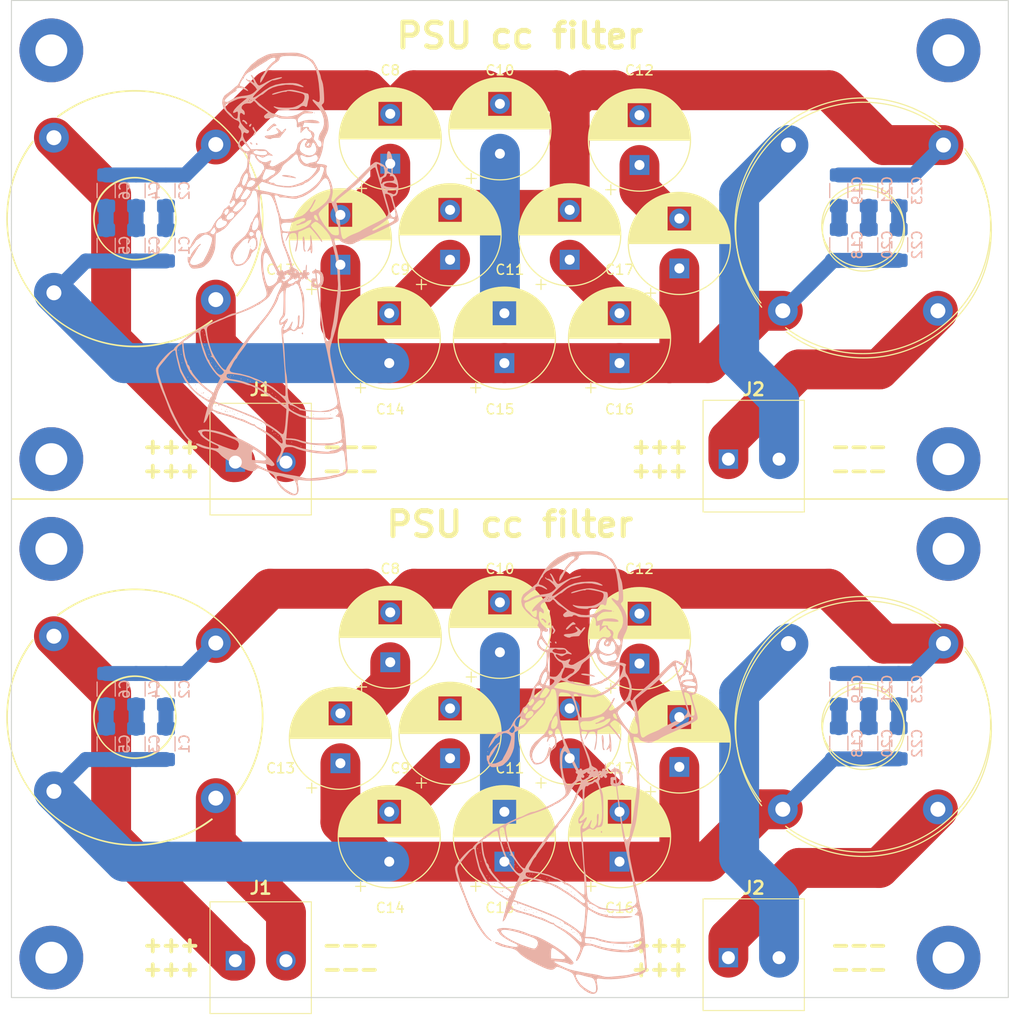
<source format=kicad_pcb>
(kicad_pcb (version 20221018) (generator pcbnew)
  (layers (0 "F.Cu" signal) (31 "B.Cu" signal) (34 "B.Paste" user) (35 "F.Paste" user) (36 "B.SilkS" user "B.Silkscreen") (37 "F.SilkS" user "F.Silkscreen") (38 "B.Mask" user) (39 "F.Mask" user) (44 "Edge.Cuts" user))
  (net 0 "")
  (net 1 "Net-(C1-Pad1)")
  (net 2 "Net-(C1-Pad2)")
  (net 3 "Net-(C10-Pad2)")
  (net 4 "Net-(C3-Pad2)")
  (net 5 "Net-(C5-Pad2)")
  (net 6 "Net-(C13-Pad2)")
  (net 7 "Net-(C14-Pad2)")
  (net 8 "Net-(C10-Pad1)")
  (net 9 "Net-(C11-Pad1)")
  (net 10 "Net-(C12-Pad1)")
  (net 11 "Net-(C18-Pad2)")
  (net 12 "Net-(C20-Pad2)")
  (net 13 "Net-(C22-Pad2)")
  (net 14 "Net-(J1-Pin_1)")
  (net 15 "Net-(J1-Pin_2)")
  (net 16 "Net-(J2-Pin_1)")
  (net 17 "Net-(J2-Pin_2)")
  (footprint "Capacitor_THT:CP_Radial_D10.0mm_P5.00mm" (layer "F.Cu") (at 154 50.367677 90)
    (fp_text reference "C10" (at 8.367677 0 180) (layer "F.SilkS"))
    (fp_text value "100u")
    (pad "1" thru_hole rect (at 0 0 90) (size 2 2) (drill 1) (layers "*.Cu" "*.Mask") (net 8 "Net-(C10-Pad1)"))
    (pad "2" thru_hole circle (at 5 0 90) (size 2 2) (drill 1) (layers "*.Cu" "*.Mask") (net 3 "Net-(C10-Pad2)"))
  )
  (footprint "MountingHole:MountingHole_3.2mm_M3_Pad" (layer "F.Cu") (at 109 131)
    (fp_text reference "H3" hide)
    (fp_text value "MountingHole")
    (pad "1" thru_hole circle (at 0 0) (size 6.4 6.4) (drill 3.2) (layers "*.Cu" "*.Mask"))
  )
  (footprint "Capacitor_THT:CP_Radial_D10.0mm_P5.00mm" (layer "F.Cu") (at 154.45 71.367677 90)
    (fp_text reference "C15" (at -4.632323 -0.45 180) (layer "F.SilkS"))
    (fp_text value "100u")
    (pad "1" thru_hole rect (at 0 0 90) (size 2 2) (drill 1) (layers "*.Cu" "*.Mask") (net 1 "Net-(C1-Pad1)"))
    (pad "2" thru_hole circle (at 5 0 90) (size 2 2) (drill 1) (layers "*.Cu" "*.Mask") (net 8 "Net-(C10-Pad1)"))
  )
  (footprint "L_Toroid_Horizontal_D25.4mm_P22.90mm:L_Toroid_Horizontal_25x22" (layer "F.Cu") (at 109.260478 48.760478 -45)
    (fp_text reference "L1" hide)
    (fp_text value "L_Small")
    (pad "1" thru_hole circle (at 0 0 315) (size 3 3) (drill 1.5) (layers "*.Cu" "*.Mask") (net 14 "Net-(J1-Pin_1)"))
    (pad "2" thru_hole circle (at 11 11 315) (size 3 3) (drill 1.5) (layers "*.Cu" "*.Mask") (net 1 "Net-(C1-Pad1)"))
  )
  (footprint "Capacitor_THT:CP_Radial_D10.0mm_P5.00mm" (layer "F.Cu") (at 168 51.5 90)
    (fp_text reference "C12" (at 9.5 0 180) (layer "F.SilkS"))
    (fp_text value "100u")
    (pad "1" thru_hole rect (at 0 0 90) (size 2 2) (drill 1) (layers "*.Cu" "*.Mask") (net 10 "Net-(C12-Pad1)"))
    (pad "2" thru_hole circle (at 5 0 90) (size 2 2) (drill 1) (layers "*.Cu" "*.Mask") (net 3 "Net-(C10-Pad2)"))
  )
  (footprint "1711725:1711725" (layer "F.Cu") (at 176.92 131)
    (fp_text reference "J2" (at 2.54 -7) (layer "F.SilkS") (effects (font (size 1.27 1.27) (thickness 0.254))))
    (fp_text value "Conn_01x02_Socket" hide)
    (pad "1" thru_hole rect (at 0 0) (size 1.95 1.95) (drill 1.3) (layers "*.Cu" "*.Mask") (net 16 "Net-(J2-Pin_1)"))
    (pad "2" thru_hole circle (at 5.08 0) (size 1.95 1.95) (drill 1.3) (layers "*.Cu" "*.Mask") (net 17 "Net-(J2-Pin_2)"))
  )
  (footprint "Capacitor_THT:CP_Radial_D10.0mm_P5.00mm" (layer "F.Cu") (at 142.9 121.367677 90)
    (fp_text reference "C14" (at -4.632323 0.1 180) (layer "F.SilkS"))
    (fp_text value "100u")
    (pad "1" thru_hole rect (at 0 0 90) (size 2 2) (drill 1) (layers "*.Cu" "*.Mask") (net 1 "Net-(C1-Pad1)"))
    (pad "2" thru_hole circle (at 5 0 90) (size 2 2) (drill 1) (layers "*.Cu" "*.Mask") (net 7 "Net-(C14-Pad2)"))
  )
  (footprint "L_Toroid_Horizontal_D25.4mm_P22.90mm:L_Toroid_Horizontal_25x22" (layer "F.Cu") (at 125.5 115 135)
    (fp_text reference "L2" hide)
    (fp_text value "L_Small")
    (pad "1" thru_hole circle (at 0 0 135) (size 3 3) (drill 1.5) (layers "*.Cu" "*.Mask") (net 15 "Net-(J1-Pin_2)"))
    (pad "2" thru_hole circle (at 11 11 135) (size 3 3) (drill 1.5) (layers "*.Cu" "*.Mask") (net 3 "Net-(C10-Pad2)"))
  )
  (footprint "Capacitor_THT:CP_Radial_D10.0mm_P5.00mm" (layer "F.Cu") (at 143 101.367677 90)
    (fp_text reference "C8" (at 9.367677 0 180) (layer "F.SilkS"))
    (fp_text value "100u")
    (pad "1" thru_hole rect (at 0 0 90) (size 2 2) (drill 1) (layers "*.Cu" "*.Mask") (net 6 "Net-(C13-Pad2)"))
    (pad "2" thru_hole circle (at 5 0 90) (size 2 2) (drill 1) (layers "*.Cu" "*.Mask") (net 3 "Net-(C10-Pad2)"))
  )
  (footprint "1711725:1711725" (layer "F.Cu") (at 176.92 81)
    (fp_text reference "J2" (at 2.54 -7) (layer "F.SilkS") (effects (font (size 1.27 1.27) (thickness 0.254))))
    (fp_text value "Conn_01x02_Socket" hide)
    (pad "1" thru_hole rect (at 0 0) (size 1.95 1.95) (drill 1.3) (layers "*.Cu" "*.Mask") (net 16 "Net-(J2-Pin_1)"))
    (pad "2" thru_hole circle (at 5.08 0) (size 1.95 1.95) (drill 1.3) (layers "*.Cu" "*.Mask") (net 17 "Net-(J2-Pin_2)"))
  )
  (footprint "L_Toroid_Horizontal_D25.4mm_P22.90mm:L_Toroid_Horizontal_25x22" (layer "F.Cu") (at 182.380239 66.119761 45)
    (fp_text reference "L3" hide)
    (fp_text value "L_Small")
    (pad "1" thru_hole circle (at 0 0 45) (size 3 3) (drill 1.5) (layers "*.Cu" "*.Mask") (net 1 "Net-(C1-Pad1)"))
    (pad "2" thru_hole circle (at 11 11 45) (size 3 3) (drill 1.5) (layers "*.Cu" "*.Mask") (net 16 "Net-(J2-Pin_1)"))
  )
  (footprint "MountingHole:MountingHole_3.2mm_M3_Pad" (layer "F.Cu") (at 109 40)
    (fp_text reference "H1" hide)
    (fp_text value "MountingHole")
    (pad "1" thru_hole circle (at 0 0) (size 6.4 6.4) (drill 3.2) (layers "*.Cu" "*.Mask"))
  )
  (footprint "Capacitor_THT:CP_Radial_D10.0mm_P5.00mm" (layer "F.Cu") (at 166 121.367677 90)
    (fp_text reference "C16" (at -4.632323 0 180) (layer "F.SilkS"))
    (fp_text value "100u")
    (pad "1" thru_hole rect (at 0 0 90) (size 2 2) (drill 1) (layers "*.Cu" "*.Mask") (net 1 "Net-(C1-Pad1)"))
    (pad "2" thru_hole circle (at 5 0 90) (size 2 2) (drill 1) (layers "*.Cu" "*.Mask") (net 9 "Net-(C11-Pad1)"))
  )
  (footprint "MountingHole:MountingHole_3.2mm_M3_Pad" (layer "F.Cu") (at 199 81)
    (fp_text reference "H4" hide)
    (fp_text value "MountingHole")
    (pad "1" thru_hole circle (at 0 0) (size 6.4 6.4) (drill 3.2) (layers "*.Cu" "*.Mask"))
  )
  (footprint "Capacitor_THT:CP_Radial_D10.0mm_P5.00mm" (layer "F.Cu") (at 142.9 71.367677 90)
    (fp_text reference "C14" (at -4.632323 0.1 180) (layer "F.SilkS"))
    (fp_text value "100u")
    (pad "1" thru_hole rect (at 0 0 90) (size 2 2) (drill 1) (layers "*.Cu" "*.Mask") (net 1 "Net-(C1-Pad1)"))
    (pad "2" thru_hole circle (at 5 0 90) (size 2 2) (drill 1) (layers "*.Cu" "*.Mask") (net 7 "Net-(C14-Pad2)"))
  )
  (footprint "Capacitor_THT:CP_Radial_D10.0mm_P5.00mm" (layer "F.Cu") (at 172 61.867677 90)
    (fp_text reference "C17" (at -0.132323 -6 180) (layer "F.SilkS"))
    (fp_text value "100u")
    (pad "1" thru_hole rect (at 0 0 90) (size 2 2) (drill 1) (layers "*.Cu" "*.Mask") (net 1 "Net-(C1-Pad1)"))
    (pad "2" thru_hole circle (at 5 0 90) (size 2 2) (drill 1) (layers "*.Cu" "*.Mask") (net 10 "Net-(C12-Pad1)"))
  )
  (footprint "Capacitor_THT:CP_Radial_D10.0mm_P5.00mm" (layer "F.Cu") (at 138 61.5 90)
    (fp_text reference "C13" (at -0.5 -6 180) (layer "F.SilkS"))
    (fp_text value "100u")
    (pad "1" thru_hole rect (at 0 0 90) (size 2 2) (drill 1) (layers "*.Cu" "*.Mask") (net 1 "Net-(C1-Pad1)"))
    (pad "2" thru_hole circle (at 5 0 90) (size 2 2) (drill 1) (layers "*.Cu" "*.Mask") (net 6 "Net-(C13-Pad2)"))
  )
  (footprint "L_Toroid_Horizontal_D25.4mm_P22.90mm:L_Toroid_Horizontal_25x22" (layer "F.Cu") (at 198.5 99.5 -135)
    (fp_text reference "L4" hide)
    (fp_text value "L_Small")
    (pad "1" thru_hole circle (at 0 0 225) (size 3 3) (drill 1.5) (layers "*.Cu" "*.Mask") (net 3 "Net-(C10-Pad2)"))
    (pad "2" thru_hole circle (at 11 11 225) (size 3 3) (drill 1.5) (layers "*.Cu" "*.Mask") (net 17 "Net-(J2-Pin_2)"))
  )
  (footprint "Capacitor_THT:CP_Radial_D10.0mm_P5.00mm" (layer "F.Cu") (at 138 111.5 90)
    (fp_text reference "C13" (at -0.5 -6 180) (layer "F.SilkS"))
    (fp_text value "100u")
    (pad "1" thru_hole rect (at 0 0 90) (size 2 2) (drill 1) (layers "*.Cu" "*.Mask") (net 1 "Net-(C1-Pad1)"))
    (pad "2" thru_hole circle (at 5 0 90) (size 2 2) (drill 1) (layers "*.Cu" "*.Mask") (net 6 "Net-(C13-Pad2)"))
  )
  (footprint "Capacitor_THT:CP_Radial_D10.0mm_P5.00mm" (layer "F.Cu") (at 172 111.867677 90)
    (fp_text reference "C17" (at -0.132323 -6 180) (layer "F.SilkS"))
    (fp_text value "100u")
    (pad "1" thru_hole rect (at 0 0 90) (size 2 2) (drill 1) (layers "*.Cu" "*.Mask") (net 1 "Net-(C1-Pad1)"))
    (pad "2" thru_hole circle (at 5 0 90) (size 2 2) (drill 1) (layers "*.Cu" "*.Mask") (net 10 "Net-(C12-Pad1)"))
  )
  (footprint "Capacitor_THT:CP_Radial_D10.0mm_P5.00mm" (layer "F.Cu") (at 143 51.367677 90)
    (fp_text reference "C8" (at 9.367677 0 180) (layer "F.SilkS"))
    (fp_text value "100u")
    (pad "1" thru_hole rect (at 0 0 90) (size 2 2) (drill 1) (layers "*.Cu" "*.Mask") (net 6 "Net-(C13-Pad2)"))
    (pad "2" thru_hole circle (at 5 0 90) (size 2 2) (drill 1) (layers "*.Cu" "*.Mask") (net 3 "Net-(C10-Pad2)"))
  )
  (footprint "Capacitor_THT:CP_Radial_D10.0mm_P5.00mm" (layer "F.Cu") (at 154 100.367677 90)
    (fp_text reference "C10" (at 8.367677 0 180) (layer "F.SilkS"))
    (fp_text value "100u")
    (pad "1" thru_hole rect (at 0 0 90) (size 2 2) (drill 1) (layers "*.Cu" "*.Mask") (net 8 "Net-(C10-Pad1)"))
    (pad "2" thru_hole circle (at 5 0 90) (size 2 2) (drill 1) (layers "*.Cu" "*.Mask") (net 3 "Net-(C10-Pad2)"))
  )
  (footprint "MountingHole:MountingHole_3.2mm_M3_Pad" (layer "F.Cu") (at 109 90)
    (fp_text reference "H1" hide)
    (fp_text value "MountingHole")
    (pad "1" thru_hole circle (at 0 0) (size 6.4 6.4) (drill 3.2) (layers "*.Cu" "*.Mask"))
  )
  (footprint "Capacitor_THT:CP_Radial_D10.0mm_P5.00mm" (layer "F.Cu") (at 168 101.5 90)
    (fp_text reference "C12" (at 9.5 0 180) (layer "F.SilkS"))
    (fp_text value "100u")
    (pad "1" thru_hole rect (at 0 0 90) (size 2 2) (drill 1) (layers "*.Cu" "*.Mask") (net 10 "Net-(C12-Pad1)"))
    (pad "2" thru_hole circle (at 5 0 90) (size 2 2) (drill 1) (layers "*.Cu" "*.Mask") (net 3 "Net-(C10-Pad2)"))
  )
  (footprint "Capacitor_THT:CP_Radial_D10.0mm_P5.00mm" (layer "F.Cu") (at 149 61 90)
    (fp_text reference "C9" (at -1 -5 180) (layer "F.SilkS"))
    (fp_text value "100u")
    (pad "1" thru_hole rect (at 0 0 90) (size 2 2) (drill 1) (layers "*.Cu" "*.Mask") (net 7 "Net-(C14-Pad2)"))
    (pad "2" thru_hole circle (at 5 0 90) (size 2 2) (drill 1) (layers "*.Cu" "*.Mask") (net 3 "Net-(C10-Pad2)"))
  )
  (footprint "L_Toroid_Horizontal_D25.4mm_P22.90mm:L_Toroid_Horizontal_25x22" (layer "F.Cu") (at 125.5 65 135)
    (fp_text reference "L2" hide)
    (fp_text value "L_Small")
    (pad "1" thru_hole circle (at 0 0 135) (size 3 3) (drill 1.5) (layers "*.Cu" "*.Mask") (net 15 "Net-(J1-Pin_2)"))
    (pad "2" thru_hole circle (at 11 11 135) (size 3 3) (drill 1.5) (layers "*.Cu" "*.Mask") (net 3 "Net-(C10-Pad2)"))
  )
  (footprint "1711725:1711725" (layer "F.Cu") (at 127.46 131.3)
    (fp_text reference "J1" (at 2.54 -7.3) (layer "F.SilkS") (effects (font (size 1.27 1.27) (thickness 0.254))))
    (fp_text value "Conn_01x02_Socket" hide)
    (pad "1" thru_hole rect (at 0 0) (size 1.95 1.95) (drill 1.3) (layers "*.Cu" "*.Mask") (net 14 "Net-(J1-Pin_1)"))
    (pad "2" thru_hole circle (at 5.08 0) (size 1.95 1.95) (drill 1.3) (layers "*.Cu" "*.Mask") (net 15 "Net-(J1-Pin_2)"))
  )
  (footprint "Capacitor_THT:CP_Radial_D10.0mm_P5.00mm" (layer "F.Cu") (at 166 71.367677 90)
    (fp_text reference "C16" (at -4.632323 0 180) (layer "F.SilkS"))
    (fp_text value "100u")
    (pad "1" thru_hole rect (at 0 0 90) (size 2 2) (drill 1) (layers "*.Cu" "*.Mask") (net 1 "Net-(C1-Pad1)"))
    (pad "2" thru_hole circle (at 5 0 90) (size 2 2) (drill 1) (layers "*.Cu" "*.Mask") (net 9 "Net-(C11-Pad1)"))
  )
  (footprint "1711725:1711725" (layer "F.Cu") (at 127.46 81.3)
    (fp_text reference "J1" (at 2.54 -7.3) (layer "F.SilkS") (effects (font (size 1.27 1.27) (thickness 0.254))))
    (fp_text value "Conn_01x02_Socket" hide)
    (pad "1" thru_hole rect (at 0 0) (size 1.95 1.95) (drill 1.3) (layers "*.Cu" "*.Mask") (net 14 "Net-(J1-Pin_1)"))
    (pad "2" thru_hole circle (at 5.08 0) (size 1.95 1.95) (drill 1.3) (layers "*.Cu" "*.Mask") (net 15 "Net-(J1-Pin_2)"))
  )
  (footprint "MountingHole:MountingHole_3.2mm_M3_Pad" (layer "F.Cu") (at 109 81)
    (fp_text reference "H3" hide)
    (fp_text value "MountingHole")
    (pad "1" thru_hole circle (at 0 0) (size 6.4 6.4) (drill 3.2) (layers "*.Cu" "*.Mask"))
  )
  (footprint "L_Toroid_Horizontal_D25.4mm_P22.90mm:L_Toroid_Horizontal_25x22" (layer "F.Cu") (at 182.380239 116.119761 45)
    (fp_text reference "L3" hide)
    (fp_text value "L_Small")
    (pad "1" thru_hole circle (at 0 0 45) (size 3 3) (drill 1.5) (layers "*.Cu" "*.Mask") (net 1 "Net-(C1-Pad1)"))
    (pad "2" thru_hole circle (at 11 11 45) (size 3 3) (drill 1.5) (layers "*.Cu" "*.Mask") (net 16 "Net-(J2-Pin_1)"))
  )
  (footprint "Capacitor_THT:CP_Radial_D10.0mm_P5.00mm" (layer "F.Cu") (at 154.45 121.367677 90)
    (fp_text reference "C15" (at -4.632323 -0.45 180) (layer "F.SilkS"))
    (fp_text value "100u")
    (pad "1" thru_hole rect (at 0 0 90) (size 2 2) (drill 1) (layers "*.Cu" "*.Mask") (net 1 "Net-(C1-Pad1)"))
    (pad "2" thru_hole circle (at 5 0 90) (size 2 2) (drill 1) (layers "*.Cu" "*.Mask") (net 8 "Net-(C10-Pad1)"))
  )
  (footprint "Capacitor_THT:CP_Radial_D10.0mm_P5.00mm" (layer "F.Cu") (at 149 111 90)
    (fp_text reference "C9" (at -1 -5 180) (layer "F.SilkS"))
    (fp_text value "100u")
    (pad "1" thru_hole rect (at 0 0 90) (size 2 2) (drill 1) (layers "*.Cu" "*.Mask") (net 7 "Net-(C14-Pad2)"))
    (pad "2" thru_hole circle (at 5 0 90) (size 2 2) (drill 1) (layers "*.Cu" "*.Mask") (net 3 "Net-(C10-Pad2)"))
  )
  (footprint "Capacitor_THT:CP_Radial_D10.0mm_P5.00mm" (layer "F.Cu") (at 161 111 90)
    (fp_text reference "C11" (at -1 -6 180) (layer "F.SilkS"))
    (fp_text value "100u")
    (pad "1" thru_hole rect (at 0 0 90) (size 2 2) (drill 1) (layers "*.Cu" "*.Mask") (net 9 "Net-(C11-Pad1)"))
    (pad "2" thru_hole circle (at 5 0 90) (size 2 2) (drill 1) (layers "*.Cu" "*.Mask") (net 3 "Net-(C10-Pad2)"))
  )
  (footprint "Capacitor_THT:CP_Radial_D10.0mm_P5.00mm" (layer "F.Cu") (at 161 61 90)
    (fp_text reference "C11" (at -1 -6 180) (layer "F.SilkS"))
    (fp_text value "100u")
    (pad "1" thru_hole rect (at 0 0 90) (size 2 2) (drill 1) (layers "*.Cu" "*.Mask") (net 9 "Net-(C11-Pad1)"))
    (pad "2" thru_hole circle (at 5 0 90) (size 2 2) (drill 1) (layers "*.Cu" "*.Mask") (net 3 "Net-(C10-Pad2)"))
  )
  (footprint "MountingHole:MountingHole_3.2mm_M3_Pad" (layer "F.Cu") (at 199 90)
    (fp_text reference "H2" hide)
    (fp_text value "MountingHole")
    (pad "1" thru_hole circle (at 0 0) (size 6.4 6.4) (drill 3.2) (layers "*.Cu" "*.Mask"))
  )
  (footprint "L_Toroid_Horizontal_D25.4mm_P22.90mm:L_Toroid_Horizontal_25x22" (layer "F.Cu") (at 198.5 49.5 -135)
    (fp_text reference "L4" hide)
    (fp_text value "L_Small")
    (pad "1" thru_hole circle (at 0 0 225) (size 3 3) (drill 1.5) (layers "*.Cu" "*.Mask") (net 3 "Net-(C10-Pad2)"))
    (pad "2" thru_hole circle (at 11 11 225) (size 3 3) (drill 1.5) (layers "*.Cu" "*.Mask") (net 17 "Net-(J2-Pin_2)"))
  )
  (footprint "MountingHole:MountingHole_3.2mm_M3_Pad" (layer "F.Cu") (at 199 131)
    (fp_text reference "H4" hide)
    (fp_text value "MountingHole")
    (pad "1" thru_hole circle (at 0 0) (size 6.4 6.4) (drill 3.2) (layers "*.Cu" "*.Mask"))
  )
  (footprint "L_Toroid_Horizontal_D25.4mm_P22.90mm:L_Toroid_Horizontal_25x22" (layer "F.Cu") (at 109.260478 98.760478 -45)
    (fp_text reference "L1" hide)
    (fp_text value "L_Small")
    (pad "1" thru_hole circle (at 0 0 315) (size 3 3) (drill 1.5) (layers "*.Cu" "*.Mask") (net 14 "Net-(J1-Pin_1)"))
    (pad "2" thru_hole circle (at 11 11 315) (size 3 3) (drill 1.5) (layers "*.Cu" "*.Mask") (net 1 "Net-(C1-Pad1)"))
  )
  (footprint "MountingHole:MountingHole_3.2mm_M3_Pad" (layer "F.Cu") (at 199 40)
    (fp_text reference "H2" hide)
    (fp_text value "MountingHole")
    (pad "1" thru_hole circle (at 0 0) (size 6.4 6.4) (drill 3.2) (layers "*.Cu" "*.Mask"))
  )
  (footprint "Capacitor_SMD:C_1206_3216Metric_Pad1.33x1.80mm_HandSolder" (layer "B.Cu") (at 188 104.0625 90)
    (fp_text reference "C19" (at 0 1.85 90) (layer "B.SilkS") (effects (justify mirror)))
    (fp_text value "100n")
    (pad "1" smd roundrect (at -1.5625 0 90) (size 1.325 1.8) (layers "B.Cu" "B.Paste" "B.Mask") (roundrect_rratio 0.1886792453) (net 11 "Net-(C18-Pad2)"))
    (pad "2" smd roundrect (at 1.5625 0 90) (size 1.325 1.8) (layers "B.Cu" "B.Paste" "B.Mask") (roundrect_rratio 0.1886792453) (net 3 "Net-(C10-Pad2)"))
  )
  (footprint "Capacitor_SMD:C_1206_3216Metric_Pad1.33x1.80mm_HandSolder" (layer "B.Cu") (at 120.5 54.0625 90)
    (fp_text reference "C2" (at 0 1.85 90) (layer "B.SilkS") (effects (justify mirror)))
    (fp_text value "100n")
    (pad "1" smd roundrect (at -1.5625 0 90) (size 1.325 1.8) (layers "B.Cu" "B.Paste" "B.Mask") (roundrect_rratio 0.1886792453) (net 2 "Net-(C1-Pad2)"))
    (pad "2" smd roundrect (at 1.5625 0 90) (size 1.325 1.8) (layers "B.Cu" "B.Paste" "B.Mask") (roundrect_rratio 0.1886792453) (net 3 "Net-(C10-Pad2)"))
  )
  (footprint "Capacitor_SMD:C_1206_3216Metric_Pad1.33x1.80mm_HandSolder" (layer "B.Cu") (at 188 59.5 90)
    (fp_text reference "C18" (at 0 1.85 90) (layer "B.SilkS") (effects (justify mirror)))
    (fp_text value "100n")
    (pad "1" smd roundrect (at -1.5625 0 90) (size 1.325 1.8) (layers "B.Cu" "B.Paste" "B.Mask") (roundrect_rratio 0.1886792453) (net 1 "Net-(C1-Pad1)"))
    (pad "2" smd roundrect (at 1.5625 0 90) (size 1.325 1.8) (layers "B.Cu" "B.Paste" "B.Mask") (roundrect_rratio 0.1886792453) (net 11 "Net-(C18-Pad2)"))
  )
  (footprint "Capacitor_SMD:C_1206_3216Metric_Pad1.33x1.80mm_HandSolder" (layer "B.Cu") (at 117.5 59.5625 90)
    (fp_text reference "C3" (at 0 1.85 90) (layer "B.SilkS") (effects (justify mirror)))
    (fp_text value "100n")
    (pad "1" smd roundrect (at -1.5625 0 90) (size 1.325 1.8) (layers "B.Cu" "B.Paste" "B.Mask") (roundrect_rratio 0.1886792453) (net 1 "Net-(C1-Pad1)"))
    (pad "2" smd roundrect (at 1.5625 0 90) (size 1.325 1.8) (layers "B.Cu" "B.Paste" "B.Mask") (roundrect_rratio 0.1886792453) (net 4 "Net-(C3-Pad2)"))
  )
  (footprint "Capacitor_SMD:C_1206_3216Metric_Pad1.33x1.80mm_HandSolder" (layer "B.Cu") (at 194 104.0625 90)
    (fp_text reference "C23" (at 0 1.85 90) (layer "B.SilkS") (effects (justify mirror)))
    (fp_text value "100n")
    (pad "1" smd roundrect (at -1.5625 0 90) (size 1.325 1.8) (layers "B.Cu" "B.Paste" "B.Mask") (roundrect_rratio 0.1886792453) (net 13 "Net-(C22-Pad2)"))
    (pad "2" smd roundrect (at 1.5625 0 90) (size 1.325 1.8) (layers "B.Cu" "B.Paste" "B.Mask") (roundrect_rratio 0.1886792453) (net 3 "Net-(C10-Pad2)"))
  )
  (footprint "boutfiltre:boutfiltre" (layer "B.Cu") (at 164 113 180)
    (fp_text reference "G***" (at 0 0) (layer "B.SilkS") (effects (font (size 1.5 1.5) (thickness 0.3)) (justify mirror)))
    (fp_text value "LOGO" hide)
  )
  (footprint "Capacitor_SMD:C_1206_3216Metric_Pad1.33x1.80mm_HandSolder" (layer "B.Cu") (at 120.5 59.5625 90)
    (fp_text reference "C1" (at 0 1.85 90) (layer "B.SilkS") (effects (justify mirror)))
    (fp_text value "100n")
    (pad "1" smd roundrect (at -1.5625 0 90) (size 1.325 1.8) (layers "B.Cu" "B.Paste" "B.Mask") (roundrect_rratio 0.1886792453) (net 1 "Net-(C1-Pad1)"))
    (pad "2" smd roundrect (at 1.5625 0 90) (size 1.325 1.8) (layers "B.Cu" "B.Paste" "B.Mask") (roundrect_rratio 0.1886792453) (net 2 "Net-(C1-Pad2)"))
  )
  (footprint "Capacitor_SMD:C_1206_3216Metric_Pad1.33x1.80mm_HandSolder" (layer "B.Cu") (at 114.5 104.0625 90)
    (fp_text reference "C6" (at 0 1.85 90) (layer "B.SilkS") (effects (justify mirror)))
    (fp_text value "100n")
    (pad "1" smd roundrect (at -1.5625 0 90) (size 1.325 1.8) (layers "B.Cu" "B.Paste" "B.Mask") (roundrect_rratio 0.1886792453) (net 5 "Net-(C5-Pad2)"))
    (pad "2" smd roundrect (at 1.5625 0 90) (size 1.325 1.8) (layers "B.Cu" "B.Paste" "B.Mask") (roundrect_rratio 0.1886792453) (net 3 "Net-(C10-Pad2)"))
  )
  (footprint "boutfiltre:boutfiltre" (layer "B.Cu") (at 134 63 180)
    (fp_text reference "G***" (at 0 0) (layer "B.SilkS") (effects (font (size 1.5 1.5) (thickness 0.3)) (justify mirror)))
    (fp_text value "LOGO" hide)
  )
  (footprint "Capacitor_SMD:C_1206_3216Metric_Pad1.33x1.80mm_HandSolder" (layer "B.Cu") (at 117.5 54.0625 90)
    (fp_text reference "C4" (at 0 1.85 90) (layer "B.SilkS") (effects (justify mirror)))
    (fp_text value "100n")
    (pad "1" smd roundrect (at -1.5625 0 90) (size 1.325 1.8) (layers "B.Cu" "B.Paste" "B.Mask") (roundrect_rratio 0.1886792453) (net 4 "Net-(C3-Pad2)"))
    (pad "2" smd roundrect (at 1.5625 0 90) (size 1.325 1.8) (layers "B.Cu" "B.Paste" "B.Mask") (roundrect_rratio 0.1886792453) (net 3 "Net-(C10-Pad2)"))
  )
  (footprint "Capacitor_SMD:C_1206_3216Metric_Pad1.33x1.80mm_HandSolder" (layer "B.Cu") (at 120.5 104.0625 90)
    (fp_text reference "C2" (at 0 1.85 90) (layer "B.SilkS") (effects (justify mirror)))
    (fp_text value "100n")
    (pad "1" smd roundrect (at -1.5625 0 90) (size 1.325 1.8) (layers "B.Cu" "B.Paste" "B.Mask") (roundrect_rratio 0.1886792453) (net 2 "Net-(C1-Pad2)"))
    (pad "2" smd roundrect (at 1.5625 0 90) (size 1.325 1.8) (layers "B.Cu" "B.Paste" "B.Mask") (roundrect_rratio 0.1886792453) (net 3 "Net-(C10-Pad2)"))
  )
  (footprint "Capacitor_SMD:C_1206_3216Metric_Pad1.33x1.80mm_HandSolder" (layer "B.Cu") (at 191 109.5 90)
    (fp_text reference "C20" (at 0 1.85 90) (layer "B.SilkS") (effects (justify mirror)))
    (fp_text value "100n")
    (pad "1" smd roundrect (at -1.5625 0 90) (size 1.325 1.8) (layers "B.Cu" "B.Paste" "B.Mask") (roundrect_rratio 0.1886792453) (net 1 "Net-(C1-Pad1)"))
    (pad "2" smd roundrect (at 1.5625 0 90) (size 1.325 1.8) (layers "B.Cu" "B.Paste" "B.Mask") (roundrect_rratio 0.1886792453) (net 12 "Net-(C20-Pad2)"))
  )
  (footprint "Capacitor_SMD:C_1206_3216Metric_Pad1.33x1.80mm_HandSolder" (layer "B.Cu") (at 191 54.0625 90)
    (fp_text reference "C21" (at 0 1.85 90) (layer "B.SilkS") (effects (justify mirror)))
    (fp_text value "100n")
    (pad "1" smd roundrect (at -1.5625 0 90) (size 1.325 1.8) (layers "B.Cu" "B.Paste" "B.Mask") (roundrect_rratio 0.1886792453) (net 12 "Net-(C20-Pad2)"))
    (pad "2" smd roundrect (at 1.5625 0 90) (size 1.325 1.8) (layers "B.Cu" "B.Paste" "B.Mask") (roundrect_rratio 0.1886792453) (net 3 "Net-(C10-Pad2)"))
  )
  (footprint "Capacitor_SMD:C_1206_3216Metric_Pad1.33x1.80mm_HandSolder" (layer "B.Cu") (at 194 54.0625 90)
    (fp_text reference "C23" (at 0 1.85 90) (layer "B.SilkS") (effects (justify mirror)))
    (fp_text value "100n")
    (pad "1" smd roundrect (at -1.5625 0 90) (size 1.325 1.8) (layers "B.Cu" "B.Paste" "B.Mask") (roundrect_rratio 0.1886792453) (net 13 "Net-(C22-Pad2)"))
    (pad "2" smd roundrect (at 1.5625 0 90) (size 1.325 1.8) (layers "B.Cu" "B.Paste" "B.Mask") (roundrect_rratio 0.1886792453) (net 3 "Net-(C10-Pad2)"))
  )
  (footprint "Capacitor_SMD:C_1206_3216Metric_Pad1.33x1.80mm_HandSolder" (layer "B.Cu") (at 194 59.5 90)
    (fp_text reference "C22" (at 0 1.85 90) (layer "B.SilkS") (effects (justify mirror)))
    (fp_text value "100n")
    (pad "1" smd roundrect (at -1.5625 0 90) (size 1.325 1.8) (layers "B.Cu" "B.Paste" "B.Mask") (roundrect_rratio 0.1886792453) (net 1 "Net-(C1-Pad1)"))
    (pad "2" smd roundrect (at 1.5625 0 90) (size 1.325 1.8) (layers "B.Cu" "B.Paste" "B.Mask") (roundrect_rratio 0.1886792453) (net 13 "Net-(C22-Pad2)"))
  )
  (footprint "Capacitor_SMD:C_1206_3216Metric_Pad1.33x1.80mm_HandSolder" (layer "B.Cu") (at 117.5 109.5625 90)
    (fp_text reference "C3" (at 0 1.85 90) (layer "B.SilkS") (effects (justify mirror)))
    (fp_text value "100n")
    (pad "1" smd roundrect (at -1.5625 0 90) (size 1.325 1.8) (layers "B.Cu" "B.Paste" "B.Mask") (roundrect_rratio 0.1886792453) (net 1 "Net-(C1-Pad1)"))
    (pad "2" smd roundrect (at 1.5625 0 90) (size 1.325 1.8) (layers "B.Cu" "B.Paste" "B.Mask") (roundrect_rratio 0.1886792453) (net 4 "Net-(C3-Pad2)"))
  )
  (footprint "Capacitor_SMD:C_1206_3216Metric_Pad1.33x1.80mm_HandSolder" (layer "B.Cu") (at 194 109.5 90)
    (fp_text reference "C22" (at 0 1.85 90) (layer "B.SilkS") (effects (justify mirror)))
    (fp_text value "100n")
    (pad "1" smd roundrect (at -1.5625 0 90) (size 1.325 1.8) (layers "B.Cu" "B.Paste" "B.Mask") (roundrect_rratio 0.1886792453) (net 1 "Net-(C1-Pad1)"))
    (pad "2" smd roundrect (at 1.5625 0 90) (size 1.325 1.8) (layers "B.Cu" "B.Paste" "B.Mask") (roundrect_rratio 0.1886792453) (net 13 "Net-(C22-Pad2)"))
  )
  (footprint "Capacitor_SMD:C_1206_3216Metric_Pad1.33x1.80mm_HandSolder" (layer "B.Cu") (at 114.5 109.5625 90)
    (fp_text reference "C5" (at 0 1.85 90) (layer "B.SilkS") (effects (justify mirror)))
    (fp_text value "100n")
    (pad "1" smd roundrect (at -1.5625 0 90) (size 1.325 1.8) (layers "B.Cu" "B.Paste" "B.Mask") (roundrect_rratio 0.1886792453) (net 1 "Net-(C1-Pad1)"))
    (pad "2" smd roundrect (at 1.5625 0 90) (size 1.325 1.8) (layers "B.Cu" "B.Paste" "B.Mask") (roundrect_rratio 0.1886792453) (net 5 "Net-(C5-Pad2)"))
  )
  (footprint "Capacitor_SMD:C_1206_3216Metric_Pad1.33x1.80mm_HandSolder" (layer "B.Cu") (at 188 54.0625 90)
    (fp_text reference "C19" (at 0 1.85 90) (layer "B.SilkS") (effects (justify mirror)))
    (fp_text value "100n")
    (pad "1" smd roundrect (at -1.5625 0 90) (size 1.325 1.8) (layers "B.Cu" "B.Paste" "B.Mask") (roundrect_rratio 0.1886792453) (net 11 "Net-(C18-Pad2)"))
    (pad "2" smd roundrect (at 1.5625 0 90) (size 1.325 1.8) (layers "B.Cu" "B.Paste" "B.Mask") (roundrect_rratio 0.1886792453) (net 3 "Net-(C10-Pad2)"))
  )
  (footprint "Capacitor_SMD:C_1206_3216Metric_Pad1.33x1.80mm_HandSolder" (layer "B.Cu") (at 120.5 109.5625 90)
    (fp_text reference "C1" (at 0 1.85 90) (layer "B.SilkS") (effects (justify mirror)))
    (fp_text value "100n")
    (pad "1" smd roundrect (at -1.5625 0 90) (size 1.325 1.8) (layers "B.Cu" "B.Paste" "B.Mask") (roundrect_rratio 0.1886792453) (net 1 "Net-(C1-Pad1)"))
    (pad "2" smd roundrect (at 1.5625 0 90) (size 1.325 1.8) (layers "B.Cu" "B.Paste" "B.Mask") (roundrect_rratio 0.1886792453) (net 2 "Net-(C1-Pad2)"))
  )
  (footprint "Capacitor_SMD:C_1206_3216Metric_Pad1.33x1.80mm_HandSolder" (layer "B.Cu") (at 117.5 104.0625 90)
    (fp_text reference "C4" (at 0 1.85 90) (layer "B.SilkS") (effects (justify mirror)))
    (fp_text value "100n")
    (pad "1" smd roundrect (at -1.5625 0 90) (size 1.325 1.8) (layers "B.Cu" "B.Paste" "B.Mask") (roundrect_rratio 0.1886792453) (net 4 "Net-(C3-Pad2)"))
    (pad "2" smd roundrect (at 1.5625 0 90) (size 1.325 1.8) (layers "B.Cu" "B.Paste" "B.Mask") (roundrect_rratio 0.1886792453) (net 3 "Net-(C10-Pad2)"))
  )
  (footprint "Capacitor_SMD:C_1206_3216Metric_Pad1.33x1.80mm_HandSolder" (layer "B.Cu") (at 188 109.5 90)
    (fp_text reference "C18" (at 0 1.85 90) (layer "B.SilkS") (effects (justify mirror)))
    (fp_text value "100n")
    (pad "1" smd roundrect (at -1.5625 0 90) (size 1.325 1.8) (layers "B.Cu" "B.Paste" "B.Mask") (roundrect_rratio 0.1886792453) (net 1 "Net-(C1-Pad1)"))
    (pad "2" smd roundrect (at 1.5625 0 90) (size 1.325 1.8) (layers "B.Cu" "B.Paste" "B.Mask") (roundrect_rratio 0.1886792453) (net 11 "Net-(C18-Pad2)"))
  )
  (footprint "Capacitor_SMD:C_1206_3216Metric_Pad1.33x1.80mm_HandSolder" (layer "B.Cu") (at 114.5 59.5625 90)
    (fp_text reference "C5" (at 0 1.85 90) (layer "B.SilkS") (effects (justify mirror)))
    (fp_text value "100n")
    (pad "1" smd roundrect (at -1.5625 0 90) (size 1.325 1.8) (layers "B.Cu" "B.Paste" "B.Mask") (roundrect_rratio 0.1886792453) (net 1 "Net-(C1-Pad1)"))
    (pad "2" smd roundrect (at 1.5625 0 90) (size 1.325 1.8) (layers "B.Cu" "B.Paste" "B.Mask") (roundrect_rratio 0.1886792453) (net 5 "Net-(C5-Pad2)"))
  )
  (footprint "Capacitor_SMD:C_1206_3216Metric_Pad1.33x1.80mm_HandSolder" (layer "B.Cu") (at 114.5 54.0625 90)
    (fp_text reference "C6" (at 0 1.85 90) (layer "B.SilkS") (effects (justify mirror)))
    (fp_text value "100n")
    (pad "1" smd roundrect (at -1.5625 0 90) (size 1.325 1.8) (layers "B.Cu" "B.Paste" "B.Mask") (roundrect_rratio 0.1886792453) (net 5 "Net-(C5-Pad2)"))
    (pad "2" smd roundrect (at 1.5625 0 90) (size 1.325 1.8) (layers "B.Cu" "B.Paste" "B.Mask") (roundrect_rratio 0.1886792453) (net 3 "Net-(C10-Pad2)"))
  )
  (footprint "Capacitor_SMD:C_1206_3216Metric_Pad1.33x1.80mm_HandSolder" (layer "B.Cu") (at 191 104.0625 90)
    (fp_text reference "C21" (at 0 1.85 90) (layer "B.SilkS") (effects (justify mirror)))
    (fp_text value "100n")
    (pad "1" smd roundrect (at -1.5625 0 90) (size 1.325 1.8) (layers "B.Cu" "B.Paste" "B.Mask") (roundrect_rratio 0.1886792453) (net 12 "Net-(C20-Pad2)"))
    (pad "2" smd roundrect (at 1.5625 0 90) (size 1.325 1.8) (layers "B.Cu" "B.Paste" "B.Mask") (roundrect_rratio 0.1886792453) (net 3 "Net-(C10-Pad2)"))
  )
  (footprint "Capacitor_SMD:C_1206_3216Metric_Pad1.33x1.80mm_HandSolder" (layer "B.Cu") (at 191 59.5 90)
    (fp_text reference "C20" (at 0 1.85 90) (layer "B.SilkS") (effects (justify mirror)))
    (fp_text value "100n")
    (pad "1" smd roundrect (at -1.5625 0 90) (size 1.325 1.8) (layers "B.Cu" "B.Paste" "B.Mask") (roundrect_rratio 0.1886792453) (net 1 "Net-(C1-Pad1)"))
    (pad "2" smd roundrect (at 1.5625 0 90) (size 1.325 1.8) (layers "B.Cu" "B.Paste" "B.Mask") (roundrect_rratio 0.1886792453) (net 12 "Net-(C20-Pad2)"))
  )
  (gr_line (start 105 85) (end 205 85) (stroke (width 0.15)) (layer "F.SilkS"))
  (gr_rect (start 105 35) (end 205 135) (stroke (width 0.1)) (fill none) (layer "Edge.Cuts"))
  (gr_text "---\n---" (at 136 133) (layer "F.SilkS") (effects (font (size 1.5 1.5) (thickness 0.375) bold) (justify left bottom)))
  (gr_text "---\n---" (at 187 83) (layer "F.SilkS") (effects (font (size 1.5 1.5) (thickness 0.375) bold) (justify left bottom)))
  (gr_text "+++\n+++" (at 118 83) (layer "F.SilkS") (effects (font (size 1.5 1.5) (thickness 0.375) bold) (justify left bottom)))
  (gr_text "+++\n+++" (at 118 133) (layer "F.SilkS") (effects (font (size 1.5 1.5) (thickness 0.375) bold) (justify left bottom)))
  (gr_text "PSU cc filter" (at 155 89) (layer "F.SilkS") (effects (font (size 2.5 2.5) (thickness 0.5) bold) (justify bottom)))
  (gr_text "---\n---" (at 187 133) (layer "F.SilkS") (effects (font (size 1.5 1.5) (thickness 0.375) bold) (justify left bottom)))
  (gr_text "+++\n+++" (at 167 83) (layer "F.SilkS") (effects (font (size 1.5 1.5) (thickness 0.375) bold) (justify left bottom)))
  (gr_text "+++\n+++" (at 167 133) (layer "F.SilkS") (effects (font (size 1.5 1.5) (thickness 0.375) bold) (justify left bottom)))
  (gr_text "---\n---" (at 136 83) (layer "F.SilkS") (effects (font (size 1.5 1.5) (thickness 0.375) bold) (justify left bottom)))
  (gr_text "PSU cc filter" (at 156 40) (layer "F.SilkS") (effects (font (size 2.5 2.5) (thickness 0.5) bold) (justify bottom)))
  (segment (start 141.960303 121.367677) (end 138 117.407374) (width 4) (layer "F.Cu") (net 1))
  (segment (start 138 67.407374) (end 138 61.5) (width 4) (layer "F.Cu") (net 1))
  (segment (start 154.45 71.367677) (end 142.9 71.367677) (width 4) (layer "F.Cu") (net 1))
  (segment (start 180.128155 116.119761) (end 182.380239 116.119761) (width 4) (layer "F.Cu") (net 1))
  (segment (start 180.128155 66.119761) (end 182.380239 66.119761) (width 4) (layer "F.Cu") (net 1))
  (segment (start 141.960303 71.367677) (end 138 67.407374) (width 4) (layer "F.Cu") (net 1))
  (segment (start 171 121.367677) (end 174.880239 121.367677) (width 4) (layer "F.Cu") (net 1))
  (segment (start 174.880239 71.367677) (end 180.128155 66.119761) (width 4) (layer "F.Cu") (net 1))
  (segment (start 142.9 71.367677) (end 141.960303 71.367677) (width 4) (layer "F.Cu") (net 1))
  (segment (start 138 117.407374) (end 138 111.5) (width 4) (layer "F.Cu") (net 1))
  (segment (start 166 71.367677) (end 154.45 71.367677) (width 4) (layer "F.Cu") (net 1))
  (segment (start 171 71.367677) (end 172 70.367677) (width 4) (layer "F.Cu") (net 1))
  (segment (start 171 71.367677) (end 174.880239 71.367677) (width 4) (layer "F.Cu") (net 1))
  (segment (start 172 120.367677) (end 172 111.867677) (width 4) (layer "F.Cu") (net 1))
  (segment (start 142.9 121.367677) (end 141.960303 121.367677) (width 4) (layer "F.Cu") (net 1))
  (segment (start 171 121.367677) (end 172 120.367677) (width 4) (layer "F.Cu") (net 1))
  (segment (start 174.880239 121.367677) (end 180.128155 116.119761) (width 4) (layer "F.Cu") (net 1))
  (segment (start 166 121.367677) (end 154.45 121.367677) (width 4) (layer "F.Cu") (net 1))
  (segment (start 172 70.367677) (end 172 61.867677) (width 4) (layer "F.Cu") (net 1))
  (segment (start 166 71.367677) (end 171 71.367677) (width 4) (layer "F.Cu") (net 1))
  (segment (start 166 121.367677) (end 171 121.367677) (width 4) (layer "F.Cu") (net 1))
  (segment (start 154.45 121.367677) (end 142.9 121.367677) (width 4) (layer "F.Cu") (net 1))
  (segment (start 120.5 61.125) (end 117.5 61.125) (width 1.5) (layer "B.Cu") (net 1))
  (segment (start 112.452305 111.125) (end 109.260478 114.316827) (width 1.5) (layer "B.Cu") (net 1))
  (segment (start 114.5 111.125) (end 112.452305 111.125) (width 1.5) (layer "B.Cu") (net 1))
  (segment (start 188 111.0625) (end 187.4375 111.0625) (width 1.5) (layer "B.Cu") (net 1))
  (segment (start 117.5 61.125) (end 114.5 61.125) (width 1.5) (layer "B.Cu") (net 1))
  (segment (start 116.311328 71.367677) (end 109.260478 64.316827) (width 4) (layer "B.Cu") (net 1))
  (segment (start 188 61.0625) (end 187.3225 61.0625) (width 1.5) (layer "B.Cu") (net 1))
  (segment (start 116.311328 121.367677) (end 109.260478 114.316827) (width 4) (layer "B.Cu") (net 1))
  (segment (start 188 111.0625) (end 191 111.0625) (width 1.5) (layer "B.Cu") (net 1))
  (segment (start 188 61.0625) (end 191 61.0625) (width 1.5) (layer "B.Cu") (net 1))
  (segment (start 142.9 71.367677) (end 116.311328 71.367677) (width 4) (layer "B.Cu") (net 1))
  (segment (start 187.4375 111.0625) (end 182.380239 116.119761) (width 1.5) (layer "B.Cu") (net 1))
  (segment (start 117.5 111.125) (end 114.5 111.125) (width 1.5) (layer "B.Cu") (net 1))
  (segment (start 188 61.0625) (end 187.4375 61.0625) (width 1.5) (layer "B.Cu") (net 1))
  (segment (start 187.4375 61.0625) (end 182.380239 66.119761) (width 1.5) (layer "B.Cu") (net 1))
  (segment (start 120.5 111.125) (end 117.5 111.125) (width 1.5) (layer "B.Cu") (net 1))
  (segment (start 188 111.0625) (end 187.3225 111.0625) (width 1.5) (layer "B.Cu") (net 1))
  (segment (start 114.5 61.125) (end 112.452305 61.125) (width 1.5) (layer "B.Cu") (net 1))
  (segment (start 194 111.0625) (end 191 111.0625) (width 1.5) (layer "B.Cu") (net 1))
  (segment (start 194 61.0625) (end 191 61.0625) (width 1.5) (layer "B.Cu") (net 1))
  (segment (start 142.9 121.367677) (end 116.311328 121.367677) (width 4) (layer "B.Cu") (net 1))
  (segment (start 112.452305 61.125) (end 109.260478 64.316827) (width 1.5) (layer "B.Cu") (net 1))
  (segment (start 120.5 108) (end 120.5 105.625) (width 1.5) (layer "B.Cu") (net 2))
  (segment (start 120.5 58) (end 120.5 55.625) (width 1.5) (layer "B.Cu") (net 2))
  (segment (start 162.367677 94) (end 165.5 94) (width 4) (layer "F.Cu") (net 3))
  (segment (start 168.235354 94) (end 187 94) (width 4) (layer "F.Cu") (net 3))
  (segment (start 192.5 99.5) (end 198.5 99.5) (width 4) (layer "F.Cu") (net 3))
  (segment (start 152.632323 94) (end 145.367677 94) (width 4) (layer "F.Cu") (net 3))
  (segment (start 161 56) (end 161 45.367677) (width 4) (layer "F.Cu") (net 3))
  (segment (start 143 96.367677) (end 140.632323 94) (width 4) (layer "F.Cu") (net 3))
  (segment (start 166.867677 45.367677) (end 168.235354 44) (width 4) (layer "F.Cu") (net 3))
  (segment (start 154 45.367677) (end 152.632323 44) (width 4) (layer "F.Cu") (net 3))
  (segment (start 143 46.367677) (end 140.632323 44) (width 4) (layer "F.Cu") (net 3))
  (segment (start 161 95.367677) (end 162.367677 94) (width 4) (layer "F.Cu") (net 3))
  (segment (start 155.367677 44) (end 159.632323 44) (width 4) (layer "F.Cu") (net 3))
  (segment (start 166.867677 95.367677) (end 168 96.5) (width 4) (layer "F.Cu") (net 3))
  (segment (start 161 45.367677) (end 162.367677 44) (width 4) (layer "F.Cu") (net 3))
  (segment (start 187 94) (end 192.5 99.5) (width 4) (layer "F.Cu") (net 3))
  (segment (start 140.632323 44) (end 130.943651 44) (width 4) (layer "F.Cu") (net 3))
  (segment (start 152.632323 44) (end 145.367677 44) (width 4) (layer "F.Cu") (net 3))
  (segment (start 166.867677 95.367677) (end 168.235354 94) (width 4) (layer "F.Cu") (net 3))
  (segment (start 166.867677 45.367677) (end 168 46.5) (width 4) (layer "F.Cu") (net 3))
  (segment (start 154 45.367677) (end 155.367677 44) (width 4) (layer "F.Cu") (net 3))
  (segment (start 154 95.367677) (end 155.367677 94) (width 4) (layer "F.Cu") (net 3))
  (segment (start 192.5 49.5) (end 198.5 49.5) (width 4) (layer "F.Cu") (net 3))
  (segment (start 149 56) (end 161 56) (width 4) (layer "F.Cu") (net 3))
  (segment (start 155.367677 94) (end 159.632323 94) (width 4) (layer "F.Cu") (net 3))
  (segment (start 165.5 94) (end 166.867677 95.367677) (width 4) (layer "F.Cu") (net 3))
  (segment (start 149 106) (end 161 106) (width 4) (layer "F.Cu") (net 3))
  (segment (start 130.943651 44) (end 125.5 49.443651) (width 4) (layer "F.Cu") (net 3))
  (segment (start 130.943651 94) (end 125.5 99.443651) (width 4) (layer "F.Cu") (net 3))
  (segment (start 145.367677 94) (end 143 96.367677) (width 4) (layer "F.Cu") (net 3))
  (segment (start 159.632323 94) (end 161 95.367677) (width 4) (layer "F.Cu") (net 3))
  (segment (start 168.235354 44) (end 187 44) (width 4) (layer "F.Cu") (net 3))
  (segment (start 162.367677 44) (end 165.5 44) (width 4) (layer "F.Cu") (net 3))
  (segment (start 140.632323 94) (end 130.943651 94) (width 4) (layer "F.Cu") (net 3))
  (segment (start 154 95.367677) (end 152.632323 94) (width 4) (layer "F.Cu") (net 3))
  (segment (start 159.632323 44) (end 161 45.367677) (width 4) (layer "F.Cu") (net 3))
  (segment (start 187 44) (end 192.5 49.5) (width 4) (layer "F.Cu") (net 3))
  (segment (start 161 106) (end 161 95.367677) (width 4) (layer "F.Cu") (net 3))
  (segment (start 145.367677 44) (end 143 46.367677) (width 4) (layer "F.Cu") (net 3))
  (segment (start 165.5 44) (end 166.867677 45.367677) (width 4) (layer "F.Cu") (net 3))
  (segment (start 120.5 102.5) (end 122.443651 102.5) (width 1.5) (layer "B.Cu") (net 3))
  (segment (start 114.5 52.5) (end 117.5 52.5) (width 1.5) (layer "B.Cu") (net 3))
  (segment (start 120.5 52.5) (end 122.443651 52.5) (width 1.5) (layer "B.Cu") (net 3))
  (segment (start 195.5 52.5) (end 198.5 49.5) (width 1.5) (layer "B.Cu") (net 3))
  (segment (start 122.443651 102.5) (end 125.5 99.443651) (width 1.5) (layer "B.Cu") (net 3))
  (segment (start 194 52.5) (end 195.5 52.5) (width 1.5) (layer "B.Cu") (net 3))
  (segment (start 122.443651 52.5) (end 125.5 49.443651) (width 1.5) (layer "B.Cu") (net 3))
  (segment (start 191 102.5) (end 188 102.5) (width 1.5) (layer "B.Cu") (net 3))
  (segment (start 194 52.5) (end 191 52.5) (width 1.5) (layer "B.Cu") (net 3))
  (segment (start 191 52.5) (end 188 52.5) (width 1.5) (layer "B.Cu") (net 3))
  (segment (start 117.5 52.5) (end 120.5 52.5) (width 1.5) (layer "B.Cu") (net 3))
  (segment (start 117.5 102.5) (end 120.5 102.5) (width 1.5) (layer "B.Cu") (net 3))
  (segment (start 195.5 102.5) (end 198.5 99.5) (width 1.5) (layer "B.Cu") (net 3))
  (segment (start 114.5 102.5) (end 117.5 102.5) (width 1.5) (layer "B.Cu") (net 3))
  (segment (start 194 102.5) (end 191 102.5) (width 1.5) (layer "B.Cu") (net 3))
  (segment (start 194 102.5) (end 195.5 102.5) (width 1.5) (layer "B.Cu") (net 3))
  (segment (start 117.5 108) (end 117.5 105.625) (width 1.5) (layer "B.Cu") (net 4))
  (segment (start 117.5 58) (end 117.5 55.625) (width 1.5) (layer "B.Cu") (net 4))
  (segment (start 114.5 108) (end 114.5 105.625) (width 1.5) (layer "B.Cu") (net 5))
  (segment (start 114.5 58) (end 114.5 55.625) (width 1.5) (layer "B.Cu") (net 5))
  (segment (start 140 56.5) (end 143 53.5) (width 4) (layer "F.Cu") (net 6))
  (segment (start 143 53.5) (end 143 51.367677) (width 4) (layer "F.Cu") (net 6))
  (segment (start 138 56.5) (end 140 56.5) (width 4) (layer "F.Cu") (net 6))
  (segment (start 140 106.5) (end 143 103.5) (width 4) (layer "F.Cu") (net 6))
  (segment (start 138 106.5) (end 140 106.5) (width 4) (layer "F.Cu") (net 6))
  (segment (start 143 103.5) (end 143 101.367677) (width 4) (layer "F.Cu") (net 6))
  (segment (start 143.632323 116.367677) (end 149 111) (width 4) (layer "F.Cu") (net 7))
  (segment (start 143.632323 66.367677) (end 149 61) (width 4) (layer "F.Cu") (net 7))
  (segment (start 142.9 116.367677) (end 143.632323 116.367677) (width 4) (layer "F.Cu") (net 7))
  (segment (start 142.9 66.367677) (end 143.632323 66.367677) (width 4) (layer "F.Cu") (net 7))
  (segment (start 154 100.367677) (end 154 115.917677) (width 4) (layer "B.Cu") (net 8))
  (segment (start 154 65.917677) (end 154.45 66.367677) (width 4) (layer "B.Cu") (net 8))
  (segment (start 154 115.917677) (end 154.45 116.367677) (width 4) (layer "B.Cu") (net 8))
  (segment (start 154 50.367677) (end 154 65.917677) (width 4) (layer "B.Cu") (net 8))
  (segment (start 166 66) (end 161 61) (width 4) (layer "F.Cu") (net 9))
  (segment (start 166 116) (end 161 111) (width 4) (layer "F.Cu") (net 9))
  (segment (start 166 116.367677) (end 166 116) (width 4) (layer "F.Cu") (net 9))
  (segment (start 166 66.367677) (end 166 66) (width 4) (layer "F.Cu") (net 9))
  (segment (start 172 106.867677) (end 170.867677 106.867677) (width 4) (layer "F.Cu") (net 10))
  (segment (start 168 54) (end 168 51.5) (width 4) (layer "F.Cu") (net 10))
  (segment (start 168 104) (end 168 101.5) (width 4) (layer "F.Cu") (net 10))
  (segment (start 172 56.867677) (end 170.867677 56.867677) (width 4) (layer "F.Cu") (net 10))
  (segment (start 170.867677 56.867677) (end 168 54) (width 4) (layer "F.Cu") (net 10))
  (segment (start 170.867677 106.867677) (end 168 104) (width 4) (layer "F.Cu") (net 10))
  (segment (start 188 55.625) (end 188 57.9375) (width 1.5) (layer "B.Cu") (net 11))
  (segment (start 188 105.625) (end 188 107.9375) (width 1.5) (layer "B.Cu") (net 11))
  (segment (start 191 55.625) (end 191 57.9375) (width 1.5) (layer "B.Cu") (net 12))
  (segment (start 191 105.625) (end 191 107.9375) (width 1.5) (layer "B.Cu") (net 12))
  (segment (start 194 55.625) (end 194 57.9375) (width 1.5) (layer "B.Cu") (net 13))
  (segment (start 194 105.625) (end 194 107.9375) (width 1.5) (layer "B.Cu") (net 13))
  (segment (start 127.46 131.3) (end 127.3 131.3) (width 4) (layer "F.Cu") (net 14))
  (segment (start 127.3 81.3) (end 115 69) (width 4) (layer "F.Cu") (net 14))
  (segment (start 115 104.5) (end 109.260478 98.760478) (width 4) (layer "F.Cu") (net 14))
  (segment (start 115 69) (end 115 54.5) (width 4) (layer "F.Cu") (net 14))
  (segment (start 115 119) (end 115 104.5) (width 4) (layer "F.Cu") (net 14))
  (segment (start 127.3 131.3) (end 115 119) (width 4) (layer "F.Cu") (net 14))
  (segment (start 115 54.5) (end 109.260478 48.760478) (width 4) (layer "F.Cu") (net 14))
  (segment (start 127.46 81.3) (end 127.3 81.3) (width 4) (layer "F.Cu") (net 14))
  (segment (start 125.5 115) (end 125.5 119.5) (width 4) (layer "F.Cu") (net 15))
  (segment (start 125.5 119.5) (end 132.54 126.54) (width 4) (layer "F.Cu") (net 15))
  (segment (start 125.5 65) (end 125.5 69.5) (width 4) (layer "F.Cu") (net 15))
  (segment (start 132.54 126.54) (end 132.54 131.3) (width 4) (layer "F.Cu") (net 15))
  (segment (start 125.5 69.5) (end 132.54 76.54) (width 4) (layer "F.Cu") (net 15))
  (segment (start 132.54 76.54) (end 132.54 81.3) (width 4) (layer "F.Cu") (net 15))
  (segment (start 176.92 129.08) (end 184 122) (width 4) (layer "F.Cu") (net 16))
  (segment (start 176.92 81) (end 176.92 79.08) (width 4) (layer "F.Cu") (net 16))
  (segment (start 192.056349 72) (end 197.936588 66.119761) (width 4) (layer "F.Cu") (net 16))
  (segment (start 176.92 79.08) (end 184 72) (width 4) (layer "F.Cu") (net 16))
  (segment (start 176.92 131) (end 176.92 129.08) (width 4) (layer "F.Cu") (net 16))
  (segment (start 192.056349 122) (end 197.936588 116.119761) (width 4) (layer "F.Cu") (net 16))
  (segment (start 184 122) (end 192.056349 122) (width 4) (layer "F.Cu") (net 16))
  (segment (start 184 72) (end 192.056349 72) (width 4) (layer "F.Cu") (net 16))
  (segment (start 182 125) (end 178 121) (width 4) (layer "B.Cu") (net 17))
  (segment (start 178 121) (end 178 104.443651) (width 4) (layer "B.Cu") (net 17))
  (segment (start 182 81) (end 182 75) (width 4) (layer "B.Cu") (net 17))
  (segment (start 178 104.443651) (end 182.943651 99.5) (width 4) (layer "B.Cu") (net 17))
  (segment (start 178 54.443651) (end 182.943651 49.5) (width 4) (layer "B.Cu") (net 17))
  (segment (start 178 71) (end 178 54.443651) (width 4) (layer "B.Cu") (net 17))
  (segment (start 182 131) (end 182 125) (width 4) (layer "B.Cu") (net 17))
  (segment (start 182 75) (end 178 71) (width 4) (layer "B.Cu") (net 17))
)
</source>
